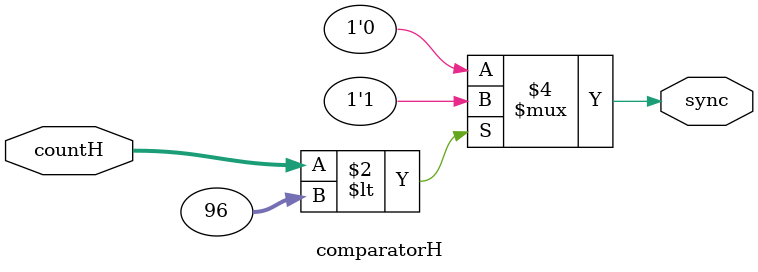
<source format=sv>

module comparatorH #(parameter N = 7)(
	input logic [N:0] countH,
	output logic sync);
	
	always @(countH)  begin 
		if (countH < 96) begin  //determina si countH es menor a 96 para activar sync. Indica que la línea de
				sync = 1'b1;      //exploración horizontal aún no ha alcanzado la región de sincronización horizontal.
		end
		else sync = 1'b0;  //si countH es mayor a 96, sync se desactiva,
	end                   //indicando que la región de sincronización horizontal ha sido alcanzada.
endmodule 	 


</source>
